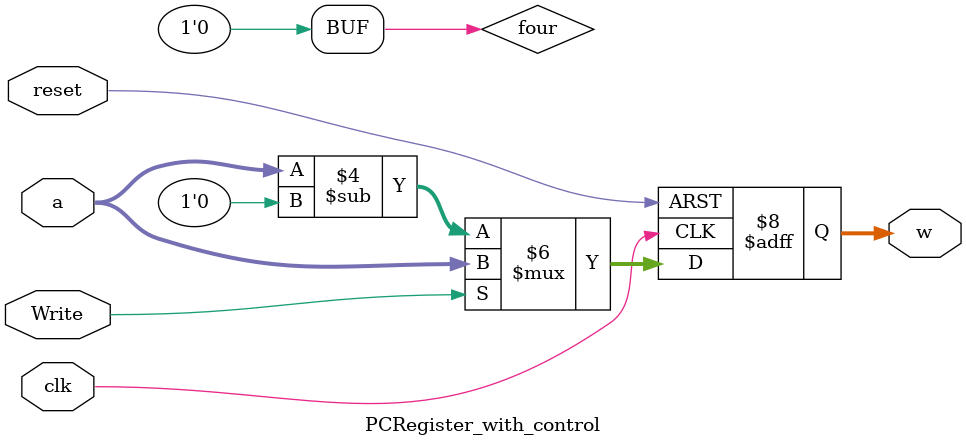
<source format=v>
module PCRegister_with_control(a, clk, reset, Write, w);
  input [31:0] a;
  input clk, reset;
  input Write;
  output reg [31:0] w;
  wire four;
  assign four = 32'b00000000000000000000000000000100;
  
  always @(posedge clk, posedge reset)
  begin
    if(reset == 1'b1)
      w <= 32'b0;
    else if(Write == 1'b0)
      w <= a - four;
    else
      w <= a;
    end
endmodule

</source>
